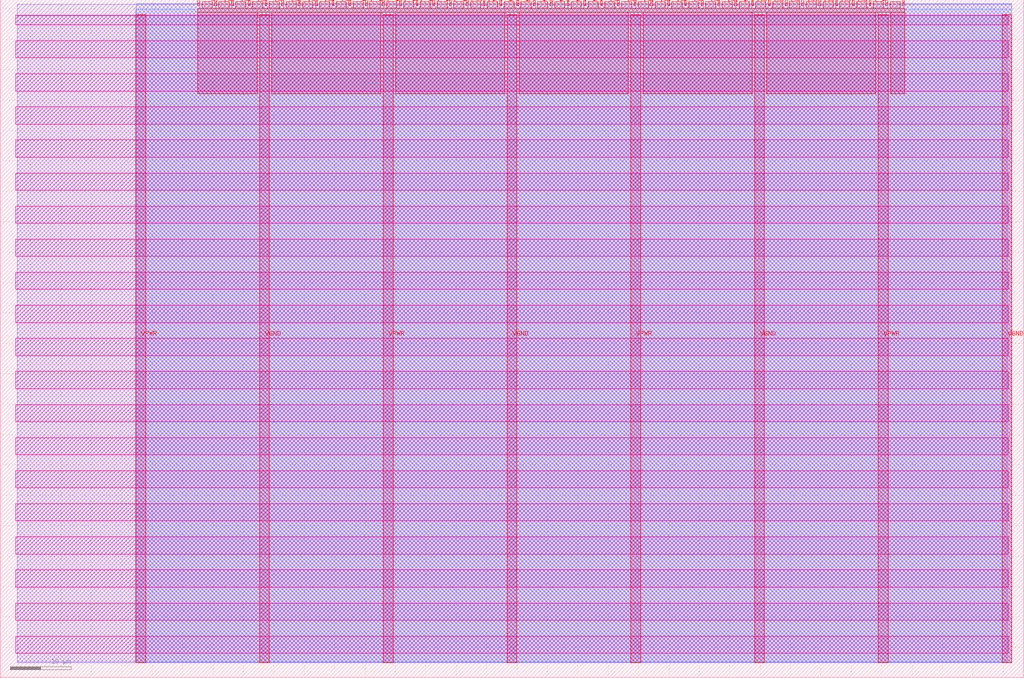
<source format=lef>
VERSION 5.7 ;
  NOWIREEXTENSIONATPIN ON ;
  DIVIDERCHAR "/" ;
  BUSBITCHARS "[]" ;
MACRO tt_um_4_bit_pipeline_multiplier
  CLASS BLOCK ;
  FOREIGN tt_um_4_bit_pipeline_multiplier ;
  ORIGIN 0.000 0.000 ;
  SIZE 168.360 BY 111.520 ;
  PIN VGND
    DIRECTION INOUT ;
    USE GROUND ;
    PORT
      LAYER met4 ;
        RECT 42.670 2.480 44.270 109.040 ;
    END
    PORT
      LAYER met4 ;
        RECT 83.380 2.480 84.980 109.040 ;
    END
    PORT
      LAYER met4 ;
        RECT 124.090 2.480 125.690 109.040 ;
    END
    PORT
      LAYER met4 ;
        RECT 164.800 2.480 166.400 109.040 ;
    END
  END VGND
  PIN VPWR
    DIRECTION INOUT ;
    USE POWER ;
    PORT
      LAYER met4 ;
        RECT 22.315 2.480 23.915 109.040 ;
    END
    PORT
      LAYER met4 ;
        RECT 63.025 2.480 64.625 109.040 ;
    END
    PORT
      LAYER met4 ;
        RECT 103.735 2.480 105.335 109.040 ;
    END
    PORT
      LAYER met4 ;
        RECT 144.445 2.480 146.045 109.040 ;
    END
  END VPWR
  PIN clk
    DIRECTION INPUT ;
    USE SIGNAL ;
    ANTENNAGATEAREA 0.852000 ;
    PORT
      LAYER met4 ;
        RECT 145.670 110.520 145.970 111.520 ;
    END
  END clk
  PIN ena
    DIRECTION INPUT ;
    USE SIGNAL ;
    ANTENNAGATEAREA 0.213000 ;
    PORT
      LAYER met4 ;
        RECT 148.430 110.520 148.730 111.520 ;
    END
  END ena
  PIN rst_n
    DIRECTION INPUT ;
    USE SIGNAL ;
    ANTENNAGATEAREA 0.213000 ;
    PORT
      LAYER met4 ;
        RECT 142.910 110.520 143.210 111.520 ;
    END
  END rst_n
  PIN ui_in[0]
    DIRECTION INPUT ;
    USE SIGNAL ;
    ANTENNAGATEAREA 0.126000 ;
    PORT
      LAYER met4 ;
        RECT 140.150 110.520 140.450 111.520 ;
    END
  END ui_in[0]
  PIN ui_in[1]
    DIRECTION INPUT ;
    USE SIGNAL ;
    ANTENNAGATEAREA 0.213000 ;
    PORT
      LAYER met4 ;
        RECT 137.390 110.520 137.690 111.520 ;
    END
  END ui_in[1]
  PIN ui_in[2]
    DIRECTION INPUT ;
    USE SIGNAL ;
    ANTENNAGATEAREA 0.213000 ;
    PORT
      LAYER met4 ;
        RECT 134.630 110.520 134.930 111.520 ;
    END
  END ui_in[2]
  PIN ui_in[3]
    DIRECTION INPUT ;
    USE SIGNAL ;
    ANTENNAGATEAREA 0.126000 ;
    PORT
      LAYER met4 ;
        RECT 131.870 110.520 132.170 111.520 ;
    END
  END ui_in[3]
  PIN ui_in[4]
    DIRECTION INPUT ;
    USE SIGNAL ;
    ANTENNAGATEAREA 0.213000 ;
    PORT
      LAYER met4 ;
        RECT 129.110 110.520 129.410 111.520 ;
    END
  END ui_in[4]
  PIN ui_in[5]
    DIRECTION INPUT ;
    USE SIGNAL ;
    ANTENNAGATEAREA 0.213000 ;
    PORT
      LAYER met4 ;
        RECT 126.350 110.520 126.650 111.520 ;
    END
  END ui_in[5]
  PIN ui_in[6]
    DIRECTION INPUT ;
    USE SIGNAL ;
    ANTENNAGATEAREA 0.213000 ;
    PORT
      LAYER met4 ;
        RECT 123.590 110.520 123.890 111.520 ;
    END
  END ui_in[6]
  PIN ui_in[7]
    DIRECTION INPUT ;
    USE SIGNAL ;
    ANTENNAGATEAREA 0.196500 ;
    PORT
      LAYER met4 ;
        RECT 120.830 110.520 121.130 111.520 ;
    END
  END ui_in[7]
  PIN uio_in[0]
    DIRECTION INPUT ;
    USE SIGNAL ;
    ANTENNAGATEAREA 0.196500 ;
    PORT
      LAYER met4 ;
        RECT 118.070 110.520 118.370 111.520 ;
    END
  END uio_in[0]
  PIN uio_in[1]
    DIRECTION INPUT ;
    USE SIGNAL ;
    ANTENNAGATEAREA 0.196500 ;
    PORT
      LAYER met4 ;
        RECT 115.310 110.520 115.610 111.520 ;
    END
  END uio_in[1]
  PIN uio_in[2]
    DIRECTION INPUT ;
    USE SIGNAL ;
    ANTENNAGATEAREA 0.196500 ;
    PORT
      LAYER met4 ;
        RECT 112.550 110.520 112.850 111.520 ;
    END
  END uio_in[2]
  PIN uio_in[3]
    DIRECTION INPUT ;
    USE SIGNAL ;
    ANTENNAGATEAREA 0.196500 ;
    PORT
      LAYER met4 ;
        RECT 109.790 110.520 110.090 111.520 ;
    END
  END uio_in[3]
  PIN uio_in[4]
    DIRECTION INPUT ;
    USE SIGNAL ;
    ANTENNAGATEAREA 0.196500 ;
    PORT
      LAYER met4 ;
        RECT 107.030 110.520 107.330 111.520 ;
    END
  END uio_in[4]
  PIN uio_in[5]
    DIRECTION INPUT ;
    USE SIGNAL ;
    ANTENNAGATEAREA 0.196500 ;
    PORT
      LAYER met4 ;
        RECT 104.270 110.520 104.570 111.520 ;
    END
  END uio_in[5]
  PIN uio_in[6]
    DIRECTION INPUT ;
    USE SIGNAL ;
    ANTENNAGATEAREA 0.196500 ;
    PORT
      LAYER met4 ;
        RECT 101.510 110.520 101.810 111.520 ;
    END
  END uio_in[6]
  PIN uio_in[7]
    DIRECTION INPUT ;
    USE SIGNAL ;
    ANTENNAGATEAREA 0.196500 ;
    PORT
      LAYER met4 ;
        RECT 98.750 110.520 99.050 111.520 ;
    END
  END uio_in[7]
  PIN uio_oe[0]
    DIRECTION OUTPUT TRISTATE ;
    USE SIGNAL ;
    PORT
      LAYER met4 ;
        RECT 51.830 110.520 52.130 111.520 ;
    END
  END uio_oe[0]
  PIN uio_oe[1]
    DIRECTION OUTPUT TRISTATE ;
    USE SIGNAL ;
    PORT
      LAYER met4 ;
        RECT 49.070 110.520 49.370 111.520 ;
    END
  END uio_oe[1]
  PIN uio_oe[2]
    DIRECTION OUTPUT TRISTATE ;
    USE SIGNAL ;
    PORT
      LAYER met4 ;
        RECT 46.310 110.520 46.610 111.520 ;
    END
  END uio_oe[2]
  PIN uio_oe[3]
    DIRECTION OUTPUT TRISTATE ;
    USE SIGNAL ;
    PORT
      LAYER met4 ;
        RECT 43.550 110.520 43.850 111.520 ;
    END
  END uio_oe[3]
  PIN uio_oe[4]
    DIRECTION OUTPUT TRISTATE ;
    USE SIGNAL ;
    PORT
      LAYER met4 ;
        RECT 40.790 110.520 41.090 111.520 ;
    END
  END uio_oe[4]
  PIN uio_oe[5]
    DIRECTION OUTPUT TRISTATE ;
    USE SIGNAL ;
    PORT
      LAYER met4 ;
        RECT 38.030 110.520 38.330 111.520 ;
    END
  END uio_oe[5]
  PIN uio_oe[6]
    DIRECTION OUTPUT TRISTATE ;
    USE SIGNAL ;
    PORT
      LAYER met4 ;
        RECT 35.270 110.520 35.570 111.520 ;
    END
  END uio_oe[6]
  PIN uio_oe[7]
    DIRECTION OUTPUT TRISTATE ;
    USE SIGNAL ;
    PORT
      LAYER met4 ;
        RECT 32.510 110.520 32.810 111.520 ;
    END
  END uio_oe[7]
  PIN uio_out[0]
    DIRECTION OUTPUT TRISTATE ;
    USE SIGNAL ;
    ANTENNADIFFAREA 0.445500 ;
    PORT
      LAYER met4 ;
        RECT 73.910 110.520 74.210 111.520 ;
    END
  END uio_out[0]
  PIN uio_out[1]
    DIRECTION OUTPUT TRISTATE ;
    USE SIGNAL ;
    ANTENNADIFFAREA 0.445500 ;
    PORT
      LAYER met4 ;
        RECT 71.150 110.520 71.450 111.520 ;
    END
  END uio_out[1]
  PIN uio_out[2]
    DIRECTION OUTPUT TRISTATE ;
    USE SIGNAL ;
    ANTENNADIFFAREA 0.795200 ;
    PORT
      LAYER met4 ;
        RECT 68.390 110.520 68.690 111.520 ;
    END
  END uio_out[2]
  PIN uio_out[3]
    DIRECTION OUTPUT TRISTATE ;
    USE SIGNAL ;
    ANTENNADIFFAREA 0.445500 ;
    PORT
      LAYER met4 ;
        RECT 65.630 110.520 65.930 111.520 ;
    END
  END uio_out[3]
  PIN uio_out[4]
    DIRECTION OUTPUT TRISTATE ;
    USE SIGNAL ;
    ANTENNADIFFAREA 0.445500 ;
    PORT
      LAYER met4 ;
        RECT 62.870 110.520 63.170 111.520 ;
    END
  END uio_out[4]
  PIN uio_out[5]
    DIRECTION OUTPUT TRISTATE ;
    USE SIGNAL ;
    ANTENNADIFFAREA 0.795200 ;
    PORT
      LAYER met4 ;
        RECT 60.110 110.520 60.410 111.520 ;
    END
  END uio_out[5]
  PIN uio_out[6]
    DIRECTION OUTPUT TRISTATE ;
    USE SIGNAL ;
    ANTENNADIFFAREA 0.445500 ;
    PORT
      LAYER met4 ;
        RECT 57.350 110.520 57.650 111.520 ;
    END
  END uio_out[6]
  PIN uio_out[7]
    DIRECTION OUTPUT TRISTATE ;
    USE SIGNAL ;
    ANTENNADIFFAREA 0.795200 ;
    PORT
      LAYER met4 ;
        RECT 54.590 110.520 54.890 111.520 ;
    END
  END uio_out[7]
  PIN uo_out[0]
    DIRECTION OUTPUT TRISTATE ;
    USE SIGNAL ;
    ANTENNADIFFAREA 0.445500 ;
    PORT
      LAYER met4 ;
        RECT 95.990 110.520 96.290 111.520 ;
    END
  END uo_out[0]
  PIN uo_out[1]
    DIRECTION OUTPUT TRISTATE ;
    USE SIGNAL ;
    ANTENNADIFFAREA 0.445500 ;
    PORT
      LAYER met4 ;
        RECT 93.230 110.520 93.530 111.520 ;
    END
  END uo_out[1]
  PIN uo_out[2]
    DIRECTION OUTPUT TRISTATE ;
    USE SIGNAL ;
    ANTENNADIFFAREA 0.445500 ;
    PORT
      LAYER met4 ;
        RECT 90.470 110.520 90.770 111.520 ;
    END
  END uo_out[2]
  PIN uo_out[3]
    DIRECTION OUTPUT TRISTATE ;
    USE SIGNAL ;
    ANTENNADIFFAREA 0.445500 ;
    PORT
      LAYER met4 ;
        RECT 87.710 110.520 88.010 111.520 ;
    END
  END uo_out[3]
  PIN uo_out[4]
    DIRECTION OUTPUT TRISTATE ;
    USE SIGNAL ;
    ANTENNADIFFAREA 0.445500 ;
    PORT
      LAYER met4 ;
        RECT 84.950 110.520 85.250 111.520 ;
    END
  END uo_out[4]
  PIN uo_out[5]
    DIRECTION OUTPUT TRISTATE ;
    USE SIGNAL ;
    ANTENNADIFFAREA 0.445500 ;
    PORT
      LAYER met4 ;
        RECT 82.190 110.520 82.490 111.520 ;
    END
  END uo_out[5]
  PIN uo_out[6]
    DIRECTION OUTPUT TRISTATE ;
    USE SIGNAL ;
    ANTENNADIFFAREA 0.445500 ;
    PORT
      LAYER met4 ;
        RECT 79.430 110.520 79.730 111.520 ;
    END
  END uo_out[6]
  PIN uo_out[7]
    DIRECTION OUTPUT TRISTATE ;
    USE SIGNAL ;
    ANTENNADIFFAREA 0.445500 ;
    PORT
      LAYER met4 ;
        RECT 76.670 110.520 76.970 111.520 ;
    END
  END uo_out[7]
  OBS
      LAYER nwell ;
        RECT 2.570 107.385 165.790 108.990 ;
        RECT 2.570 101.945 165.790 104.775 ;
        RECT 2.570 96.505 165.790 99.335 ;
        RECT 2.570 91.065 165.790 93.895 ;
        RECT 2.570 85.625 165.790 88.455 ;
        RECT 2.570 80.185 165.790 83.015 ;
        RECT 2.570 74.745 165.790 77.575 ;
        RECT 2.570 69.305 165.790 72.135 ;
        RECT 2.570 63.865 165.790 66.695 ;
        RECT 2.570 58.425 165.790 61.255 ;
        RECT 2.570 52.985 165.790 55.815 ;
        RECT 2.570 47.545 165.790 50.375 ;
        RECT 2.570 42.105 165.790 44.935 ;
        RECT 2.570 36.665 165.790 39.495 ;
        RECT 2.570 31.225 165.790 34.055 ;
        RECT 2.570 25.785 165.790 28.615 ;
        RECT 2.570 20.345 165.790 23.175 ;
        RECT 2.570 14.905 165.790 17.735 ;
        RECT 2.570 9.465 165.790 12.295 ;
        RECT 2.570 4.025 165.790 6.855 ;
      LAYER li1 ;
        RECT 2.760 2.635 165.600 108.885 ;
      LAYER met1 ;
        RECT 2.760 2.480 166.400 110.800 ;
      LAYER met2 ;
        RECT 22.345 2.535 166.370 110.830 ;
      LAYER met3 ;
        RECT 22.325 2.555 166.390 109.985 ;
      LAYER met4 ;
        RECT 33.210 110.120 34.870 111.170 ;
        RECT 35.970 110.120 37.630 111.170 ;
        RECT 38.730 110.120 40.390 111.170 ;
        RECT 41.490 110.120 43.150 111.170 ;
        RECT 44.250 110.120 45.910 111.170 ;
        RECT 47.010 110.120 48.670 111.170 ;
        RECT 49.770 110.120 51.430 111.170 ;
        RECT 52.530 110.120 54.190 111.170 ;
        RECT 55.290 110.120 56.950 111.170 ;
        RECT 58.050 110.120 59.710 111.170 ;
        RECT 60.810 110.120 62.470 111.170 ;
        RECT 63.570 110.120 65.230 111.170 ;
        RECT 66.330 110.120 67.990 111.170 ;
        RECT 69.090 110.120 70.750 111.170 ;
        RECT 71.850 110.120 73.510 111.170 ;
        RECT 74.610 110.120 76.270 111.170 ;
        RECT 77.370 110.120 79.030 111.170 ;
        RECT 80.130 110.120 81.790 111.170 ;
        RECT 82.890 110.120 84.550 111.170 ;
        RECT 85.650 110.120 87.310 111.170 ;
        RECT 88.410 110.120 90.070 111.170 ;
        RECT 91.170 110.120 92.830 111.170 ;
        RECT 93.930 110.120 95.590 111.170 ;
        RECT 96.690 110.120 98.350 111.170 ;
        RECT 99.450 110.120 101.110 111.170 ;
        RECT 102.210 110.120 103.870 111.170 ;
        RECT 104.970 110.120 106.630 111.170 ;
        RECT 107.730 110.120 109.390 111.170 ;
        RECT 110.490 110.120 112.150 111.170 ;
        RECT 113.250 110.120 114.910 111.170 ;
        RECT 116.010 110.120 117.670 111.170 ;
        RECT 118.770 110.120 120.430 111.170 ;
        RECT 121.530 110.120 123.190 111.170 ;
        RECT 124.290 110.120 125.950 111.170 ;
        RECT 127.050 110.120 128.710 111.170 ;
        RECT 129.810 110.120 131.470 111.170 ;
        RECT 132.570 110.120 134.230 111.170 ;
        RECT 135.330 110.120 136.990 111.170 ;
        RECT 138.090 110.120 139.750 111.170 ;
        RECT 140.850 110.120 142.510 111.170 ;
        RECT 143.610 110.120 145.270 111.170 ;
        RECT 146.370 110.120 148.030 111.170 ;
        RECT 32.495 109.440 148.745 110.120 ;
        RECT 32.495 96.055 42.270 109.440 ;
        RECT 44.670 96.055 62.625 109.440 ;
        RECT 65.025 96.055 82.980 109.440 ;
        RECT 85.380 96.055 103.335 109.440 ;
        RECT 105.735 96.055 123.690 109.440 ;
        RECT 126.090 96.055 144.045 109.440 ;
        RECT 146.445 96.055 148.745 109.440 ;
  END
END tt_um_4_bit_pipeline_multiplier
END LIBRARY


</source>
